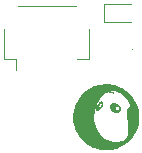
<source format=gbo>
G04 #@! TF.GenerationSoftware,KiCad,Pcbnew,5.1.2-f72e74a~84~ubuntu18.04.1*
G04 #@! TF.CreationDate,2019-07-25T12:47:21+02:00*
G04 #@! TF.ProjectId,TLI5012B,544c4935-3031-4324-922e-6b696361645f,rev?*
G04 #@! TF.SameCoordinates,Original*
G04 #@! TF.FileFunction,Legend,Bot*
G04 #@! TF.FilePolarity,Positive*
%FSLAX46Y46*%
G04 Gerber Fmt 4.6, Leading zero omitted, Abs format (unit mm)*
G04 Created by KiCad (PCBNEW 5.1.2-f72e74a~84~ubuntu18.04.1) date 2019-07-25 12:47:21*
%MOMM*%
%LPD*%
G04 APERTURE LIST*
%ADD10C,0.010000*%
%ADD11C,0.060000*%
%ADD12C,0.120000*%
%ADD13C,0.100000*%
G04 APERTURE END LIST*
D10*
G36*
X141993423Y-89398223D02*
G01*
X142031263Y-89394934D01*
X142051759Y-89391103D01*
X142103390Y-89374126D01*
X142148060Y-89350346D01*
X142185646Y-89320473D01*
X142216024Y-89285219D01*
X142239071Y-89245297D01*
X142254661Y-89201417D01*
X142262672Y-89154292D01*
X142262980Y-89104634D01*
X142255461Y-89053154D01*
X142239990Y-89000564D01*
X142216445Y-88947576D01*
X142184701Y-88894901D01*
X142146669Y-88845602D01*
X142097024Y-88794494D01*
X142042034Y-88749745D01*
X141982863Y-88711858D01*
X141920678Y-88681334D01*
X141856645Y-88658675D01*
X141791929Y-88644383D01*
X141727695Y-88638959D01*
X141673218Y-88641831D01*
X141618393Y-88652893D01*
X141569297Y-88671964D01*
X141526371Y-88698852D01*
X141507887Y-88714667D01*
X141476140Y-88748564D01*
X141453000Y-88783038D01*
X141437118Y-88820680D01*
X141427141Y-88864084D01*
X141425986Y-88871855D01*
X141423426Y-88926245D01*
X141430286Y-88981309D01*
X141445934Y-89036248D01*
X141459275Y-89066525D01*
X141824164Y-89066525D01*
X141826545Y-89044888D01*
X141839506Y-89000696D01*
X141860689Y-88961343D01*
X141889198Y-88927878D01*
X141924137Y-88901347D01*
X141964610Y-88882796D01*
X141965453Y-88882519D01*
X141985411Y-88878540D01*
X142012461Y-88876848D01*
X142030684Y-88877024D01*
X142054938Y-88878429D01*
X142073324Y-88881366D01*
X142090122Y-88886824D01*
X142107690Y-88894845D01*
X142144679Y-88918212D01*
X142175282Y-88948052D01*
X142198754Y-88982952D01*
X142214349Y-89021496D01*
X142221322Y-89062272D01*
X142218925Y-89103866D01*
X142218670Y-89105278D01*
X142205966Y-89147176D01*
X142184644Y-89185562D01*
X142155985Y-89218785D01*
X142121270Y-89245194D01*
X142102445Y-89255142D01*
X142072518Y-89264650D01*
X142037396Y-89269214D01*
X142000790Y-89268775D01*
X141966413Y-89263276D01*
X141948531Y-89257574D01*
X141913383Y-89238514D01*
X141882691Y-89212056D01*
X141857440Y-89179913D01*
X141838613Y-89143801D01*
X141827193Y-89105433D01*
X141824164Y-89066525D01*
X141459275Y-89066525D01*
X141469736Y-89090264D01*
X141501061Y-89142559D01*
X141539274Y-89192334D01*
X141583745Y-89238793D01*
X141633840Y-89281136D01*
X141688926Y-89318566D01*
X141748370Y-89350284D01*
X141811541Y-89375493D01*
X141829886Y-89381299D01*
X141866263Y-89389762D01*
X141907757Y-89395497D01*
X141951199Y-89398364D01*
X141993423Y-89398223D01*
X141993423Y-89398223D01*
G37*
X141993423Y-89398223D02*
X142031263Y-89394934D01*
X142051759Y-89391103D01*
X142103390Y-89374126D01*
X142148060Y-89350346D01*
X142185646Y-89320473D01*
X142216024Y-89285219D01*
X142239071Y-89245297D01*
X142254661Y-89201417D01*
X142262672Y-89154292D01*
X142262980Y-89104634D01*
X142255461Y-89053154D01*
X142239990Y-89000564D01*
X142216445Y-88947576D01*
X142184701Y-88894901D01*
X142146669Y-88845602D01*
X142097024Y-88794494D01*
X142042034Y-88749745D01*
X141982863Y-88711858D01*
X141920678Y-88681334D01*
X141856645Y-88658675D01*
X141791929Y-88644383D01*
X141727695Y-88638959D01*
X141673218Y-88641831D01*
X141618393Y-88652893D01*
X141569297Y-88671964D01*
X141526371Y-88698852D01*
X141507887Y-88714667D01*
X141476140Y-88748564D01*
X141453000Y-88783038D01*
X141437118Y-88820680D01*
X141427141Y-88864084D01*
X141425986Y-88871855D01*
X141423426Y-88926245D01*
X141430286Y-88981309D01*
X141445934Y-89036248D01*
X141459275Y-89066525D01*
X141824164Y-89066525D01*
X141826545Y-89044888D01*
X141839506Y-89000696D01*
X141860689Y-88961343D01*
X141889198Y-88927878D01*
X141924137Y-88901347D01*
X141964610Y-88882796D01*
X141965453Y-88882519D01*
X141985411Y-88878540D01*
X142012461Y-88876848D01*
X142030684Y-88877024D01*
X142054938Y-88878429D01*
X142073324Y-88881366D01*
X142090122Y-88886824D01*
X142107690Y-88894845D01*
X142144679Y-88918212D01*
X142175282Y-88948052D01*
X142198754Y-88982952D01*
X142214349Y-89021496D01*
X142221322Y-89062272D01*
X142218925Y-89103866D01*
X142218670Y-89105278D01*
X142205966Y-89147176D01*
X142184644Y-89185562D01*
X142155985Y-89218785D01*
X142121270Y-89245194D01*
X142102445Y-89255142D01*
X142072518Y-89264650D01*
X142037396Y-89269214D01*
X142000790Y-89268775D01*
X141966413Y-89263276D01*
X141948531Y-89257574D01*
X141913383Y-89238514D01*
X141882691Y-89212056D01*
X141857440Y-89179913D01*
X141838613Y-89143801D01*
X141827193Y-89105433D01*
X141824164Y-89066525D01*
X141459275Y-89066525D01*
X141469736Y-89090264D01*
X141501061Y-89142559D01*
X141539274Y-89192334D01*
X141583745Y-89238793D01*
X141633840Y-89281136D01*
X141688926Y-89318566D01*
X141748370Y-89350284D01*
X141811541Y-89375493D01*
X141829886Y-89381299D01*
X141866263Y-89389762D01*
X141907757Y-89395497D01*
X141951199Y-89398364D01*
X141993423Y-89398223D01*
G36*
X140368665Y-89207600D02*
G01*
X140386199Y-89205185D01*
X140402879Y-89199924D01*
X140421678Y-89191596D01*
X140471544Y-89163190D01*
X140521028Y-89125974D01*
X140569186Y-89081287D01*
X140615077Y-89030464D01*
X140657757Y-88974842D01*
X140696285Y-88915756D01*
X140729717Y-88854544D01*
X140757112Y-88792541D01*
X140777526Y-88731083D01*
X140790018Y-88671508D01*
X140790381Y-88668871D01*
X140793149Y-88625804D01*
X140789456Y-88587743D01*
X140779593Y-88555573D01*
X140763853Y-88530178D01*
X140742525Y-88512444D01*
X140738187Y-88510168D01*
X140710219Y-88501682D01*
X140678409Y-88500419D01*
X140646189Y-88506512D01*
X140645740Y-88506654D01*
X140602203Y-88524943D01*
X140557270Y-88552158D01*
X140511881Y-88587335D01*
X140466976Y-88629513D01*
X140423495Y-88677728D01*
X140382378Y-88731018D01*
X140344565Y-88788421D01*
X140310996Y-88848974D01*
X140310540Y-88849881D01*
X140285181Y-88904155D01*
X140276711Y-88926426D01*
X140430284Y-88926426D01*
X140430543Y-88898685D01*
X140433121Y-88870689D01*
X140437567Y-88847298D01*
X140447407Y-88817135D01*
X140461999Y-88782844D01*
X140479535Y-88748056D01*
X140498208Y-88716404D01*
X140513382Y-88694978D01*
X140544895Y-88659194D01*
X140576152Y-88631105D01*
X140606506Y-88611000D01*
X140635309Y-88599166D01*
X140661913Y-88595891D01*
X140685670Y-88601462D01*
X140701133Y-88611534D01*
X140715767Y-88628001D01*
X140725019Y-88647997D01*
X140729606Y-88673687D01*
X140730402Y-88699684D01*
X140726584Y-88738915D01*
X140716587Y-88779233D01*
X140701265Y-88819549D01*
X140681466Y-88858772D01*
X140658042Y-88895812D01*
X140631844Y-88929579D01*
X140603723Y-88958982D01*
X140574529Y-88982931D01*
X140545113Y-89000336D01*
X140516326Y-89010106D01*
X140489019Y-89011151D01*
X140487521Y-89010925D01*
X140465226Y-89002390D01*
X140446870Y-88985571D01*
X140436805Y-88968314D01*
X140432365Y-88950705D01*
X140430284Y-88926426D01*
X140276711Y-88926426D01*
X140266505Y-88953258D01*
X140253956Y-88999150D01*
X140246980Y-89043791D01*
X140245024Y-89081180D01*
X140245147Y-89106266D01*
X140246356Y-89124220D01*
X140249108Y-89138050D01*
X140253861Y-89150765D01*
X140256443Y-89156249D01*
X140267212Y-89173579D01*
X140280671Y-89189267D01*
X140286471Y-89194349D01*
X140296774Y-89201392D01*
X140306873Y-89205548D01*
X140319939Y-89207557D01*
X140339145Y-89208162D01*
X140345641Y-89208180D01*
X140368665Y-89207600D01*
X140368665Y-89207600D01*
G37*
X140368665Y-89207600D02*
X140386199Y-89205185D01*
X140402879Y-89199924D01*
X140421678Y-89191596D01*
X140471544Y-89163190D01*
X140521028Y-89125974D01*
X140569186Y-89081287D01*
X140615077Y-89030464D01*
X140657757Y-88974842D01*
X140696285Y-88915756D01*
X140729717Y-88854544D01*
X140757112Y-88792541D01*
X140777526Y-88731083D01*
X140790018Y-88671508D01*
X140790381Y-88668871D01*
X140793149Y-88625804D01*
X140789456Y-88587743D01*
X140779593Y-88555573D01*
X140763853Y-88530178D01*
X140742525Y-88512444D01*
X140738187Y-88510168D01*
X140710219Y-88501682D01*
X140678409Y-88500419D01*
X140646189Y-88506512D01*
X140645740Y-88506654D01*
X140602203Y-88524943D01*
X140557270Y-88552158D01*
X140511881Y-88587335D01*
X140466976Y-88629513D01*
X140423495Y-88677728D01*
X140382378Y-88731018D01*
X140344565Y-88788421D01*
X140310996Y-88848974D01*
X140310540Y-88849881D01*
X140285181Y-88904155D01*
X140276711Y-88926426D01*
X140430284Y-88926426D01*
X140430543Y-88898685D01*
X140433121Y-88870689D01*
X140437567Y-88847298D01*
X140447407Y-88817135D01*
X140461999Y-88782844D01*
X140479535Y-88748056D01*
X140498208Y-88716404D01*
X140513382Y-88694978D01*
X140544895Y-88659194D01*
X140576152Y-88631105D01*
X140606506Y-88611000D01*
X140635309Y-88599166D01*
X140661913Y-88595891D01*
X140685670Y-88601462D01*
X140701133Y-88611534D01*
X140715767Y-88628001D01*
X140725019Y-88647997D01*
X140729606Y-88673687D01*
X140730402Y-88699684D01*
X140726584Y-88738915D01*
X140716587Y-88779233D01*
X140701265Y-88819549D01*
X140681466Y-88858772D01*
X140658042Y-88895812D01*
X140631844Y-88929579D01*
X140603723Y-88958982D01*
X140574529Y-88982931D01*
X140545113Y-89000336D01*
X140516326Y-89010106D01*
X140489019Y-89011151D01*
X140487521Y-89010925D01*
X140465226Y-89002390D01*
X140446870Y-88985571D01*
X140436805Y-88968314D01*
X140432365Y-88950705D01*
X140430284Y-88926426D01*
X140276711Y-88926426D01*
X140266505Y-88953258D01*
X140253956Y-88999150D01*
X140246980Y-89043791D01*
X140245024Y-89081180D01*
X140245147Y-89106266D01*
X140246356Y-89124220D01*
X140249108Y-89138050D01*
X140253861Y-89150765D01*
X140256443Y-89156249D01*
X140267212Y-89173579D01*
X140280671Y-89189267D01*
X140286471Y-89194349D01*
X140296774Y-89201392D01*
X140306873Y-89205548D01*
X140319939Y-89207557D01*
X140339145Y-89208162D01*
X140345641Y-89208180D01*
X140368665Y-89207600D01*
D11*
G36*
X141699692Y-87768170D02*
G01*
X141703884Y-87762762D01*
X141704842Y-87754566D01*
X141700424Y-87749146D01*
X141688375Y-87741290D01*
X141670655Y-87731907D01*
X141649225Y-87721910D01*
X141626046Y-87712209D01*
X141603078Y-87703716D01*
X141582282Y-87697341D01*
X141580917Y-87696987D01*
X141537856Y-87689514D01*
X141489361Y-87687140D01*
X141438785Y-87689862D01*
X141392500Y-87697035D01*
X141365200Y-87702814D01*
X141346309Y-87707027D01*
X141334286Y-87710160D01*
X141327588Y-87712698D01*
X141324673Y-87715124D01*
X141323999Y-87717924D01*
X141323997Y-87718567D01*
X141325026Y-87726273D01*
X141328898Y-87730916D01*
X141337140Y-87732631D01*
X141351276Y-87731551D01*
X141372832Y-87727810D01*
X141389960Y-87724343D01*
X141448922Y-87714891D01*
X141502388Y-87712559D01*
X141552312Y-87717558D01*
X141600646Y-87730099D01*
X141649342Y-87750391D01*
X141654221Y-87752812D01*
X141676207Y-87763242D01*
X141690915Y-87768346D01*
X141699692Y-87768170D01*
X141699692Y-87768170D01*
G37*
X141699692Y-87768170D02*
X141703884Y-87762762D01*
X141704842Y-87754566D01*
X141700424Y-87749146D01*
X141688375Y-87741290D01*
X141670655Y-87731907D01*
X141649225Y-87721910D01*
X141626046Y-87712209D01*
X141603078Y-87703716D01*
X141582282Y-87697341D01*
X141580917Y-87696987D01*
X141537856Y-87689514D01*
X141489361Y-87687140D01*
X141438785Y-87689862D01*
X141392500Y-87697035D01*
X141365200Y-87702814D01*
X141346309Y-87707027D01*
X141334286Y-87710160D01*
X141327588Y-87712698D01*
X141324673Y-87715124D01*
X141323999Y-87717924D01*
X141323997Y-87718567D01*
X141325026Y-87726273D01*
X141328898Y-87730916D01*
X141337140Y-87732631D01*
X141351276Y-87731551D01*
X141372832Y-87727810D01*
X141389960Y-87724343D01*
X141448922Y-87714891D01*
X141502388Y-87712559D01*
X141552312Y-87717558D01*
X141600646Y-87730099D01*
X141649342Y-87750391D01*
X141654221Y-87752812D01*
X141676207Y-87763242D01*
X141690915Y-87768346D01*
X141699692Y-87768170D01*
D10*
G36*
X141186411Y-92552342D02*
G01*
X141235303Y-92550966D01*
X141276791Y-92548773D01*
X141279248Y-92548596D01*
X141445730Y-92531383D01*
X141609856Y-92504381D01*
X141771263Y-92467764D01*
X141929589Y-92421703D01*
X142084470Y-92366372D01*
X142235545Y-92301944D01*
X142382451Y-92228590D01*
X142524824Y-92146485D01*
X142662304Y-92055801D01*
X142794526Y-91956710D01*
X142921128Y-91849386D01*
X143041748Y-91734001D01*
X143086488Y-91687494D01*
X143197388Y-91562198D01*
X143299852Y-91431320D01*
X143393766Y-91295106D01*
X143479014Y-91153803D01*
X143555485Y-91007656D01*
X143623064Y-90856909D01*
X143681637Y-90701810D01*
X143731090Y-90542604D01*
X143771310Y-90379535D01*
X143802184Y-90212851D01*
X143816027Y-90112420D01*
X143818688Y-90084386D01*
X143821056Y-90047842D01*
X143823107Y-90004435D01*
X143824818Y-89955812D01*
X143826168Y-89903621D01*
X143827131Y-89849507D01*
X143827687Y-89795119D01*
X143827810Y-89742102D01*
X143827479Y-89692103D01*
X143826671Y-89646771D01*
X143825362Y-89607750D01*
X143823529Y-89576689D01*
X143823521Y-89576591D01*
X143805425Y-89412262D01*
X143777523Y-89250053D01*
X143740024Y-89090364D01*
X143693137Y-88933595D01*
X143637068Y-88780147D01*
X143572026Y-88630420D01*
X143498220Y-88484814D01*
X143415858Y-88343729D01*
X143325147Y-88207567D01*
X143226295Y-88076727D01*
X143119512Y-87951609D01*
X143005005Y-87832615D01*
X142882982Y-87720144D01*
X142838827Y-87682635D01*
X142707339Y-87579836D01*
X142570556Y-87485630D01*
X142428820Y-87400156D01*
X142282475Y-87323556D01*
X142131863Y-87255970D01*
X141977328Y-87197538D01*
X141819213Y-87148401D01*
X141657861Y-87108700D01*
X141493615Y-87078575D01*
X141326818Y-87058166D01*
X141311220Y-87056770D01*
X141279605Y-87054579D01*
X141240273Y-87052717D01*
X141195337Y-87051209D01*
X141146909Y-87050084D01*
X141097102Y-87049366D01*
X141048029Y-87049083D01*
X141001802Y-87049260D01*
X140960534Y-87049924D01*
X140926338Y-87051101D01*
X140913694Y-87051813D01*
X140744062Y-87067958D01*
X140577378Y-87093692D01*
X140413908Y-87128901D01*
X140253916Y-87173471D01*
X140097667Y-87227288D01*
X139945427Y-87290237D01*
X139797461Y-87362204D01*
X139654033Y-87443075D01*
X139515408Y-87532735D01*
X139381852Y-87631071D01*
X139253630Y-87737969D01*
X139192269Y-87793964D01*
X139073879Y-87912133D01*
X138963479Y-88036429D01*
X138861241Y-88166490D01*
X138767338Y-88301952D01*
X138681943Y-88442454D01*
X138605229Y-88587631D01*
X138537370Y-88737120D01*
X138478537Y-88890559D01*
X138428904Y-89047584D01*
X138388644Y-89207832D01*
X138357930Y-89370940D01*
X138336935Y-89536546D01*
X138331484Y-89600832D01*
X138329235Y-89641757D01*
X138327806Y-89690216D01*
X138327158Y-89744259D01*
X138327254Y-89801935D01*
X138327845Y-89845720D01*
X140010866Y-89845720D01*
X140011087Y-89785133D01*
X140011800Y-89732745D01*
X140013154Y-89686602D01*
X140015296Y-89644751D01*
X140018376Y-89605237D01*
X140022541Y-89566105D01*
X140027939Y-89525402D01*
X140034719Y-89481173D01*
X140041683Y-89439320D01*
X140066321Y-89314233D01*
X140098172Y-89184216D01*
X140136644Y-89050845D01*
X140181146Y-88915694D01*
X140231085Y-88780340D01*
X140285869Y-88646356D01*
X140344907Y-88515317D01*
X140407605Y-88388799D01*
X140473373Y-88268377D01*
X140497138Y-88227740D01*
X140522850Y-88185850D01*
X140547392Y-88148930D01*
X140572458Y-88114837D01*
X140599739Y-88081423D01*
X140630927Y-88046545D01*
X140667714Y-88008056D01*
X140681237Y-87994332D01*
X140749539Y-87927937D01*
X140815032Y-87869661D01*
X140879180Y-87818406D01*
X140943445Y-87773073D01*
X141009292Y-87732564D01*
X141078183Y-87695780D01*
X141080625Y-87694568D01*
X141147865Y-87663369D01*
X141215523Y-87636409D01*
X141284818Y-87613426D01*
X141356972Y-87594159D01*
X141433208Y-87578347D01*
X141514746Y-87565729D01*
X141602807Y-87556045D01*
X141698614Y-87549032D01*
X141779301Y-87545257D01*
X141793468Y-87545935D01*
X141814174Y-87548395D01*
X141838042Y-87552195D01*
X141851346Y-87554705D01*
X141957126Y-87581031D01*
X142061227Y-87617276D01*
X142163740Y-87663480D01*
X142264759Y-87719684D01*
X142343715Y-87771285D01*
X142379948Y-87797557D01*
X142420856Y-87828952D01*
X142465005Y-87864236D01*
X142510964Y-87902174D01*
X142557299Y-87941533D01*
X142602577Y-87981079D01*
X142645365Y-88019577D01*
X142684230Y-88055793D01*
X142717740Y-88088494D01*
X142744357Y-88116331D01*
X142794078Y-88173429D01*
X142843026Y-88234167D01*
X142890342Y-88297228D01*
X142935168Y-88361298D01*
X142976646Y-88425061D01*
X143013916Y-88487200D01*
X143046120Y-88546400D01*
X143072399Y-88601346D01*
X143090547Y-88646840D01*
X143102166Y-88683317D01*
X143108669Y-88713080D01*
X143110291Y-88738054D01*
X143107266Y-88760162D01*
X143105229Y-88767345D01*
X143096899Y-88800817D01*
X143090174Y-88844150D01*
X143085045Y-88897418D01*
X143083557Y-88919520D01*
X143081914Y-88942715D01*
X143080091Y-88962173D01*
X143078327Y-88975646D01*
X143077048Y-88980721D01*
X143070985Y-88984909D01*
X143058461Y-88991184D01*
X143046213Y-88996506D01*
X143010191Y-89014195D01*
X142980050Y-89035889D01*
X142955055Y-89062667D01*
X142934472Y-89095604D01*
X142917567Y-89135779D01*
X142903606Y-89184267D01*
X142896731Y-89215800D01*
X142888109Y-89270016D01*
X142881872Y-89332701D01*
X142878003Y-89402453D01*
X142876488Y-89477869D01*
X142877310Y-89557547D01*
X142880454Y-89640083D01*
X142885904Y-89724076D01*
X142893644Y-89808122D01*
X142903658Y-89890819D01*
X142904391Y-89896143D01*
X142912683Y-89947379D01*
X142923851Y-90001477D01*
X142938299Y-90060119D01*
X142956436Y-90124988D01*
X142972507Y-90178106D01*
X142983001Y-90213404D01*
X142989749Y-90239777D01*
X142992856Y-90257702D01*
X142992630Y-90267006D01*
X142991992Y-90274183D01*
X142991273Y-90290661D01*
X142990490Y-90315578D01*
X142989662Y-90348074D01*
X142988807Y-90387292D01*
X142987943Y-90432369D01*
X142987087Y-90482447D01*
X142986258Y-90536665D01*
X142985474Y-90594164D01*
X142985024Y-90630580D01*
X142984099Y-90705134D01*
X142983178Y-90770564D01*
X142982209Y-90827906D01*
X142981143Y-90878198D01*
X142979928Y-90922475D01*
X142978514Y-90961772D01*
X142976851Y-90997128D01*
X142974886Y-91029578D01*
X142972570Y-91060157D01*
X142969853Y-91089903D01*
X142966682Y-91119852D01*
X142963009Y-91151039D01*
X142958781Y-91184502D01*
X142957415Y-91195005D01*
X142948450Y-91257467D01*
X142937637Y-91322818D01*
X142925663Y-91387228D01*
X142913216Y-91446869D01*
X142908201Y-91468780D01*
X142902194Y-91494260D01*
X142896859Y-91516922D01*
X142892719Y-91534535D01*
X142890300Y-91544865D01*
X142890099Y-91545727D01*
X142884514Y-91555404D01*
X142871770Y-91569860D01*
X142853059Y-91588088D01*
X142829573Y-91609080D01*
X142802505Y-91631830D01*
X142773047Y-91655329D01*
X142742391Y-91678570D01*
X142711729Y-91700546D01*
X142687900Y-91716602D01*
X142594663Y-91771439D01*
X142495366Y-91818335D01*
X142389885Y-91857335D01*
X142278099Y-91888485D01*
X142159885Y-91911827D01*
X142149420Y-91913471D01*
X142104797Y-91919006D01*
X142052546Y-91923267D01*
X141995123Y-91926211D01*
X141934984Y-91927792D01*
X141874587Y-91927964D01*
X141816389Y-91926684D01*
X141762846Y-91923906D01*
X141730320Y-91921136D01*
X141593305Y-91903124D01*
X141461889Y-91877752D01*
X141336374Y-91845137D01*
X141217065Y-91805393D01*
X141104262Y-91758638D01*
X140998270Y-91704986D01*
X140899391Y-91644553D01*
X140807928Y-91577456D01*
X140787307Y-91560535D01*
X140754118Y-91531516D01*
X140721726Y-91500572D01*
X140688635Y-91466130D01*
X140653349Y-91426622D01*
X140614372Y-91380476D01*
X140605517Y-91369720D01*
X140501906Y-91237268D01*
X140408379Y-91104813D01*
X140324858Y-90972203D01*
X140251268Y-90839284D01*
X140187533Y-90705902D01*
X140133577Y-90571902D01*
X140089324Y-90437133D01*
X140054697Y-90301439D01*
X140039339Y-90224180D01*
X140031862Y-90181036D01*
X140025787Y-90142439D01*
X140020975Y-90106548D01*
X140017287Y-90071523D01*
X140014585Y-90035523D01*
X140012730Y-89996709D01*
X140011585Y-89953238D01*
X140011009Y-89903271D01*
X140010866Y-89845720D01*
X138327845Y-89845720D01*
X138328056Y-89861296D01*
X138329526Y-89920389D01*
X138331624Y-89977265D01*
X138334314Y-90029973D01*
X138337556Y-90076563D01*
X138341314Y-90115085D01*
X138341582Y-90117320D01*
X138367056Y-90286852D01*
X138401728Y-90452074D01*
X138445629Y-90613062D01*
X138498792Y-90769888D01*
X138561249Y-90922626D01*
X138633030Y-91071350D01*
X138714169Y-91216134D01*
X138804697Y-91357052D01*
X138904646Y-91494178D01*
X138972157Y-91578282D01*
X138997254Y-91607266D01*
X139028460Y-91641436D01*
X139064254Y-91679272D01*
X139103116Y-91719253D01*
X139143523Y-91759857D01*
X139183955Y-91799562D01*
X139222890Y-91836849D01*
X139258808Y-91870195D01*
X139290186Y-91898080D01*
X139301798Y-91907923D01*
X139418126Y-92000237D01*
X139535135Y-92083925D01*
X139654986Y-92160414D01*
X139779836Y-92231130D01*
X139832940Y-92258770D01*
X139978201Y-92327483D01*
X140125453Y-92386924D01*
X140275545Y-92437350D01*
X140429324Y-92479016D01*
X140587640Y-92512177D01*
X140751342Y-92537089D01*
X140762760Y-92538498D01*
X140800674Y-92542289D01*
X140846787Y-92545567D01*
X140899148Y-92548295D01*
X140955806Y-92550434D01*
X141014812Y-92551946D01*
X141074215Y-92552794D01*
X141132065Y-92552938D01*
X141186411Y-92552342D01*
X141186411Y-92552342D01*
G37*
X141186411Y-92552342D02*
X141235303Y-92550966D01*
X141276791Y-92548773D01*
X141279248Y-92548596D01*
X141445730Y-92531383D01*
X141609856Y-92504381D01*
X141771263Y-92467764D01*
X141929589Y-92421703D01*
X142084470Y-92366372D01*
X142235545Y-92301944D01*
X142382451Y-92228590D01*
X142524824Y-92146485D01*
X142662304Y-92055801D01*
X142794526Y-91956710D01*
X142921128Y-91849386D01*
X143041748Y-91734001D01*
X143086488Y-91687494D01*
X143197388Y-91562198D01*
X143299852Y-91431320D01*
X143393766Y-91295106D01*
X143479014Y-91153803D01*
X143555485Y-91007656D01*
X143623064Y-90856909D01*
X143681637Y-90701810D01*
X143731090Y-90542604D01*
X143771310Y-90379535D01*
X143802184Y-90212851D01*
X143816027Y-90112420D01*
X143818688Y-90084386D01*
X143821056Y-90047842D01*
X143823107Y-90004435D01*
X143824818Y-89955812D01*
X143826168Y-89903621D01*
X143827131Y-89849507D01*
X143827687Y-89795119D01*
X143827810Y-89742102D01*
X143827479Y-89692103D01*
X143826671Y-89646771D01*
X143825362Y-89607750D01*
X143823529Y-89576689D01*
X143823521Y-89576591D01*
X143805425Y-89412262D01*
X143777523Y-89250053D01*
X143740024Y-89090364D01*
X143693137Y-88933595D01*
X143637068Y-88780147D01*
X143572026Y-88630420D01*
X143498220Y-88484814D01*
X143415858Y-88343729D01*
X143325147Y-88207567D01*
X143226295Y-88076727D01*
X143119512Y-87951609D01*
X143005005Y-87832615D01*
X142882982Y-87720144D01*
X142838827Y-87682635D01*
X142707339Y-87579836D01*
X142570556Y-87485630D01*
X142428820Y-87400156D01*
X142282475Y-87323556D01*
X142131863Y-87255970D01*
X141977328Y-87197538D01*
X141819213Y-87148401D01*
X141657861Y-87108700D01*
X141493615Y-87078575D01*
X141326818Y-87058166D01*
X141311220Y-87056770D01*
X141279605Y-87054579D01*
X141240273Y-87052717D01*
X141195337Y-87051209D01*
X141146909Y-87050084D01*
X141097102Y-87049366D01*
X141048029Y-87049083D01*
X141001802Y-87049260D01*
X140960534Y-87049924D01*
X140926338Y-87051101D01*
X140913694Y-87051813D01*
X140744062Y-87067958D01*
X140577378Y-87093692D01*
X140413908Y-87128901D01*
X140253916Y-87173471D01*
X140097667Y-87227288D01*
X139945427Y-87290237D01*
X139797461Y-87362204D01*
X139654033Y-87443075D01*
X139515408Y-87532735D01*
X139381852Y-87631071D01*
X139253630Y-87737969D01*
X139192269Y-87793964D01*
X139073879Y-87912133D01*
X138963479Y-88036429D01*
X138861241Y-88166490D01*
X138767338Y-88301952D01*
X138681943Y-88442454D01*
X138605229Y-88587631D01*
X138537370Y-88737120D01*
X138478537Y-88890559D01*
X138428904Y-89047584D01*
X138388644Y-89207832D01*
X138357930Y-89370940D01*
X138336935Y-89536546D01*
X138331484Y-89600832D01*
X138329235Y-89641757D01*
X138327806Y-89690216D01*
X138327158Y-89744259D01*
X138327254Y-89801935D01*
X138327845Y-89845720D01*
X140010866Y-89845720D01*
X140011087Y-89785133D01*
X140011800Y-89732745D01*
X140013154Y-89686602D01*
X140015296Y-89644751D01*
X140018376Y-89605237D01*
X140022541Y-89566105D01*
X140027939Y-89525402D01*
X140034719Y-89481173D01*
X140041683Y-89439320D01*
X140066321Y-89314233D01*
X140098172Y-89184216D01*
X140136644Y-89050845D01*
X140181146Y-88915694D01*
X140231085Y-88780340D01*
X140285869Y-88646356D01*
X140344907Y-88515317D01*
X140407605Y-88388799D01*
X140473373Y-88268377D01*
X140497138Y-88227740D01*
X140522850Y-88185850D01*
X140547392Y-88148930D01*
X140572458Y-88114837D01*
X140599739Y-88081423D01*
X140630927Y-88046545D01*
X140667714Y-88008056D01*
X140681237Y-87994332D01*
X140749539Y-87927937D01*
X140815032Y-87869661D01*
X140879180Y-87818406D01*
X140943445Y-87773073D01*
X141009292Y-87732564D01*
X141078183Y-87695780D01*
X141080625Y-87694568D01*
X141147865Y-87663369D01*
X141215523Y-87636409D01*
X141284818Y-87613426D01*
X141356972Y-87594159D01*
X141433208Y-87578347D01*
X141514746Y-87565729D01*
X141602807Y-87556045D01*
X141698614Y-87549032D01*
X141779301Y-87545257D01*
X141793468Y-87545935D01*
X141814174Y-87548395D01*
X141838042Y-87552195D01*
X141851346Y-87554705D01*
X141957126Y-87581031D01*
X142061227Y-87617276D01*
X142163740Y-87663480D01*
X142264759Y-87719684D01*
X142343715Y-87771285D01*
X142379948Y-87797557D01*
X142420856Y-87828952D01*
X142465005Y-87864236D01*
X142510964Y-87902174D01*
X142557299Y-87941533D01*
X142602577Y-87981079D01*
X142645365Y-88019577D01*
X142684230Y-88055793D01*
X142717740Y-88088494D01*
X142744357Y-88116331D01*
X142794078Y-88173429D01*
X142843026Y-88234167D01*
X142890342Y-88297228D01*
X142935168Y-88361298D01*
X142976646Y-88425061D01*
X143013916Y-88487200D01*
X143046120Y-88546400D01*
X143072399Y-88601346D01*
X143090547Y-88646840D01*
X143102166Y-88683317D01*
X143108669Y-88713080D01*
X143110291Y-88738054D01*
X143107266Y-88760162D01*
X143105229Y-88767345D01*
X143096899Y-88800817D01*
X143090174Y-88844150D01*
X143085045Y-88897418D01*
X143083557Y-88919520D01*
X143081914Y-88942715D01*
X143080091Y-88962173D01*
X143078327Y-88975646D01*
X143077048Y-88980721D01*
X143070985Y-88984909D01*
X143058461Y-88991184D01*
X143046213Y-88996506D01*
X143010191Y-89014195D01*
X142980050Y-89035889D01*
X142955055Y-89062667D01*
X142934472Y-89095604D01*
X142917567Y-89135779D01*
X142903606Y-89184267D01*
X142896731Y-89215800D01*
X142888109Y-89270016D01*
X142881872Y-89332701D01*
X142878003Y-89402453D01*
X142876488Y-89477869D01*
X142877310Y-89557547D01*
X142880454Y-89640083D01*
X142885904Y-89724076D01*
X142893644Y-89808122D01*
X142903658Y-89890819D01*
X142904391Y-89896143D01*
X142912683Y-89947379D01*
X142923851Y-90001477D01*
X142938299Y-90060119D01*
X142956436Y-90124988D01*
X142972507Y-90178106D01*
X142983001Y-90213404D01*
X142989749Y-90239777D01*
X142992856Y-90257702D01*
X142992630Y-90267006D01*
X142991992Y-90274183D01*
X142991273Y-90290661D01*
X142990490Y-90315578D01*
X142989662Y-90348074D01*
X142988807Y-90387292D01*
X142987943Y-90432369D01*
X142987087Y-90482447D01*
X142986258Y-90536665D01*
X142985474Y-90594164D01*
X142985024Y-90630580D01*
X142984099Y-90705134D01*
X142983178Y-90770564D01*
X142982209Y-90827906D01*
X142981143Y-90878198D01*
X142979928Y-90922475D01*
X142978514Y-90961772D01*
X142976851Y-90997128D01*
X142974886Y-91029578D01*
X142972570Y-91060157D01*
X142969853Y-91089903D01*
X142966682Y-91119852D01*
X142963009Y-91151039D01*
X142958781Y-91184502D01*
X142957415Y-91195005D01*
X142948450Y-91257467D01*
X142937637Y-91322818D01*
X142925663Y-91387228D01*
X142913216Y-91446869D01*
X142908201Y-91468780D01*
X142902194Y-91494260D01*
X142896859Y-91516922D01*
X142892719Y-91534535D01*
X142890300Y-91544865D01*
X142890099Y-91545727D01*
X142884514Y-91555404D01*
X142871770Y-91569860D01*
X142853059Y-91588088D01*
X142829573Y-91609080D01*
X142802505Y-91631830D01*
X142773047Y-91655329D01*
X142742391Y-91678570D01*
X142711729Y-91700546D01*
X142687900Y-91716602D01*
X142594663Y-91771439D01*
X142495366Y-91818335D01*
X142389885Y-91857335D01*
X142278099Y-91888485D01*
X142159885Y-91911827D01*
X142149420Y-91913471D01*
X142104797Y-91919006D01*
X142052546Y-91923267D01*
X141995123Y-91926211D01*
X141934984Y-91927792D01*
X141874587Y-91927964D01*
X141816389Y-91926684D01*
X141762846Y-91923906D01*
X141730320Y-91921136D01*
X141593305Y-91903124D01*
X141461889Y-91877752D01*
X141336374Y-91845137D01*
X141217065Y-91805393D01*
X141104262Y-91758638D01*
X140998270Y-91704986D01*
X140899391Y-91644553D01*
X140807928Y-91577456D01*
X140787307Y-91560535D01*
X140754118Y-91531516D01*
X140721726Y-91500572D01*
X140688635Y-91466130D01*
X140653349Y-91426622D01*
X140614372Y-91380476D01*
X140605517Y-91369720D01*
X140501906Y-91237268D01*
X140408379Y-91104813D01*
X140324858Y-90972203D01*
X140251268Y-90839284D01*
X140187533Y-90705902D01*
X140133577Y-90571902D01*
X140089324Y-90437133D01*
X140054697Y-90301439D01*
X140039339Y-90224180D01*
X140031862Y-90181036D01*
X140025787Y-90142439D01*
X140020975Y-90106548D01*
X140017287Y-90071523D01*
X140014585Y-90035523D01*
X140012730Y-89996709D01*
X140011585Y-89953238D01*
X140011009Y-89903271D01*
X140010866Y-89845720D01*
X138327845Y-89845720D01*
X138328056Y-89861296D01*
X138329526Y-89920389D01*
X138331624Y-89977265D01*
X138334314Y-90029973D01*
X138337556Y-90076563D01*
X138341314Y-90115085D01*
X138341582Y-90117320D01*
X138367056Y-90286852D01*
X138401728Y-90452074D01*
X138445629Y-90613062D01*
X138498792Y-90769888D01*
X138561249Y-90922626D01*
X138633030Y-91071350D01*
X138714169Y-91216134D01*
X138804697Y-91357052D01*
X138904646Y-91494178D01*
X138972157Y-91578282D01*
X138997254Y-91607266D01*
X139028460Y-91641436D01*
X139064254Y-91679272D01*
X139103116Y-91719253D01*
X139143523Y-91759857D01*
X139183955Y-91799562D01*
X139222890Y-91836849D01*
X139258808Y-91870195D01*
X139290186Y-91898080D01*
X139301798Y-91907923D01*
X139418126Y-92000237D01*
X139535135Y-92083925D01*
X139654986Y-92160414D01*
X139779836Y-92231130D01*
X139832940Y-92258770D01*
X139978201Y-92327483D01*
X140125453Y-92386924D01*
X140275545Y-92437350D01*
X140429324Y-92479016D01*
X140587640Y-92512177D01*
X140751342Y-92537089D01*
X140762760Y-92538498D01*
X140800674Y-92542289D01*
X140846787Y-92545567D01*
X140899148Y-92548295D01*
X140955806Y-92550434D01*
X141014812Y-92551946D01*
X141074215Y-92552794D01*
X141132065Y-92552938D01*
X141186411Y-92552342D01*
G36*
X143253201Y-90570262D02*
G01*
X143273348Y-90568035D01*
X143290863Y-90564436D01*
X143306188Y-90558692D01*
X143319766Y-90550029D01*
X143332039Y-90537676D01*
X143343450Y-90520860D01*
X143354440Y-90498807D01*
X143365453Y-90470745D01*
X143376931Y-90435901D01*
X143389316Y-90393502D01*
X143403050Y-90342775D01*
X143418577Y-90282948D01*
X143419299Y-90280133D01*
X143436506Y-90207526D01*
X143450540Y-90135724D01*
X143461689Y-90062557D01*
X143470238Y-89985850D01*
X143476474Y-89903431D01*
X143480609Y-89815240D01*
X143481717Y-89781595D01*
X143482222Y-89755475D01*
X143481933Y-89734251D01*
X143480658Y-89715297D01*
X143478208Y-89695986D01*
X143474391Y-89673691D01*
X143469016Y-89645783D01*
X143467872Y-89639980D01*
X143451391Y-89561289D01*
X143433865Y-89486594D01*
X143415546Y-89416661D01*
X143396687Y-89352259D01*
X143377541Y-89294155D01*
X143358359Y-89243118D01*
X143339394Y-89199915D01*
X143320900Y-89165314D01*
X143303657Y-89140707D01*
X143292953Y-89127251D01*
X143278677Y-89108283D01*
X143262975Y-89086689D01*
X143252487Y-89071848D01*
X143226986Y-89037725D01*
X143203222Y-89010799D01*
X143181922Y-88991816D01*
X143164823Y-88981894D01*
X143152848Y-88979302D01*
X143135149Y-88977642D01*
X143120639Y-88977288D01*
X143104049Y-88978134D01*
X143088769Y-88980976D01*
X143071746Y-88986697D01*
X143049929Y-88996182D01*
X143040960Y-89000382D01*
X143018192Y-89012106D01*
X142996706Y-89024819D01*
X142979652Y-89036582D01*
X142973199Y-89042045D01*
X142950298Y-89070290D01*
X142930228Y-89108117D01*
X142912972Y-89155580D01*
X142898507Y-89212731D01*
X142889959Y-89258980D01*
X142887442Y-89276236D01*
X142885422Y-89294413D01*
X142883848Y-89314826D01*
X142882672Y-89338792D01*
X142881843Y-89367625D01*
X142881312Y-89402641D01*
X142881029Y-89445156D01*
X142880945Y-89496484D01*
X142880945Y-89497740D01*
X142881068Y-89554222D01*
X142881514Y-89602569D01*
X142882403Y-89644808D01*
X142883857Y-89682963D01*
X142885997Y-89719058D01*
X142888942Y-89755118D01*
X142892814Y-89793167D01*
X142897734Y-89835231D01*
X142903823Y-89883333D01*
X142904068Y-89885222D01*
X142913126Y-89942246D01*
X142925976Y-90004701D01*
X142942031Y-90070699D01*
X142960706Y-90138352D01*
X142981413Y-90205773D01*
X143003565Y-90271073D01*
X143026577Y-90332365D01*
X143049862Y-90387761D01*
X143072832Y-90435374D01*
X143078030Y-90445063D01*
X143105897Y-90489165D01*
X143136983Y-90526483D01*
X143137588Y-90527104D01*
X143160380Y-90548381D01*
X143181068Y-90562098D01*
X143202763Y-90569417D01*
X143228575Y-90571498D01*
X143253201Y-90570262D01*
X143253201Y-90570262D01*
G37*
X143253201Y-90570262D02*
X143273348Y-90568035D01*
X143290863Y-90564436D01*
X143306188Y-90558692D01*
X143319766Y-90550029D01*
X143332039Y-90537676D01*
X143343450Y-90520860D01*
X143354440Y-90498807D01*
X143365453Y-90470745D01*
X143376931Y-90435901D01*
X143389316Y-90393502D01*
X143403050Y-90342775D01*
X143418577Y-90282948D01*
X143419299Y-90280133D01*
X143436506Y-90207526D01*
X143450540Y-90135724D01*
X143461689Y-90062557D01*
X143470238Y-89985850D01*
X143476474Y-89903431D01*
X143480609Y-89815240D01*
X143481717Y-89781595D01*
X143482222Y-89755475D01*
X143481933Y-89734251D01*
X143480658Y-89715297D01*
X143478208Y-89695986D01*
X143474391Y-89673691D01*
X143469016Y-89645783D01*
X143467872Y-89639980D01*
X143451391Y-89561289D01*
X143433865Y-89486594D01*
X143415546Y-89416661D01*
X143396687Y-89352259D01*
X143377541Y-89294155D01*
X143358359Y-89243118D01*
X143339394Y-89199915D01*
X143320900Y-89165314D01*
X143303657Y-89140707D01*
X143292953Y-89127251D01*
X143278677Y-89108283D01*
X143262975Y-89086689D01*
X143252487Y-89071848D01*
X143226986Y-89037725D01*
X143203222Y-89010799D01*
X143181922Y-88991816D01*
X143164823Y-88981894D01*
X143152848Y-88979302D01*
X143135149Y-88977642D01*
X143120639Y-88977288D01*
X143104049Y-88978134D01*
X143088769Y-88980976D01*
X143071746Y-88986697D01*
X143049929Y-88996182D01*
X143040960Y-89000382D01*
X143018192Y-89012106D01*
X142996706Y-89024819D01*
X142979652Y-89036582D01*
X142973199Y-89042045D01*
X142950298Y-89070290D01*
X142930228Y-89108117D01*
X142912972Y-89155580D01*
X142898507Y-89212731D01*
X142889959Y-89258980D01*
X142887442Y-89276236D01*
X142885422Y-89294413D01*
X142883848Y-89314826D01*
X142882672Y-89338792D01*
X142881843Y-89367625D01*
X142881312Y-89402641D01*
X142881029Y-89445156D01*
X142880945Y-89496484D01*
X142880945Y-89497740D01*
X142881068Y-89554222D01*
X142881514Y-89602569D01*
X142882403Y-89644808D01*
X142883857Y-89682963D01*
X142885997Y-89719058D01*
X142888942Y-89755118D01*
X142892814Y-89793167D01*
X142897734Y-89835231D01*
X142903823Y-89883333D01*
X142904068Y-89885222D01*
X142913126Y-89942246D01*
X142925976Y-90004701D01*
X142942031Y-90070699D01*
X142960706Y-90138352D01*
X142981413Y-90205773D01*
X143003565Y-90271073D01*
X143026577Y-90332365D01*
X143049862Y-90387761D01*
X143072832Y-90435374D01*
X143078030Y-90445063D01*
X143105897Y-90489165D01*
X143136983Y-90526483D01*
X143137588Y-90527104D01*
X143160380Y-90548381D01*
X143181068Y-90562098D01*
X143202763Y-90569417D01*
X143228575Y-90571498D01*
X143253201Y-90570262D01*
D12*
X132465000Y-82385000D02*
X132465000Y-84885000D01*
X132465000Y-84885000D02*
X133515000Y-84885000D01*
X133515000Y-84885000D02*
X133515000Y-85875000D01*
X139685000Y-82385000D02*
X139685000Y-84885000D01*
X139685000Y-84885000D02*
X138635000Y-84885000D01*
X133635000Y-80415000D02*
X138515000Y-80415000D01*
X143175000Y-81735000D02*
X140890000Y-81735000D01*
X140890000Y-81735000D02*
X140890000Y-80265000D01*
X140890000Y-80265000D02*
X143175000Y-80265000D01*
D13*
X143325000Y-84090000D02*
G75*
G03X143325000Y-84090000I-50000J0D01*
G01*
M02*

</source>
